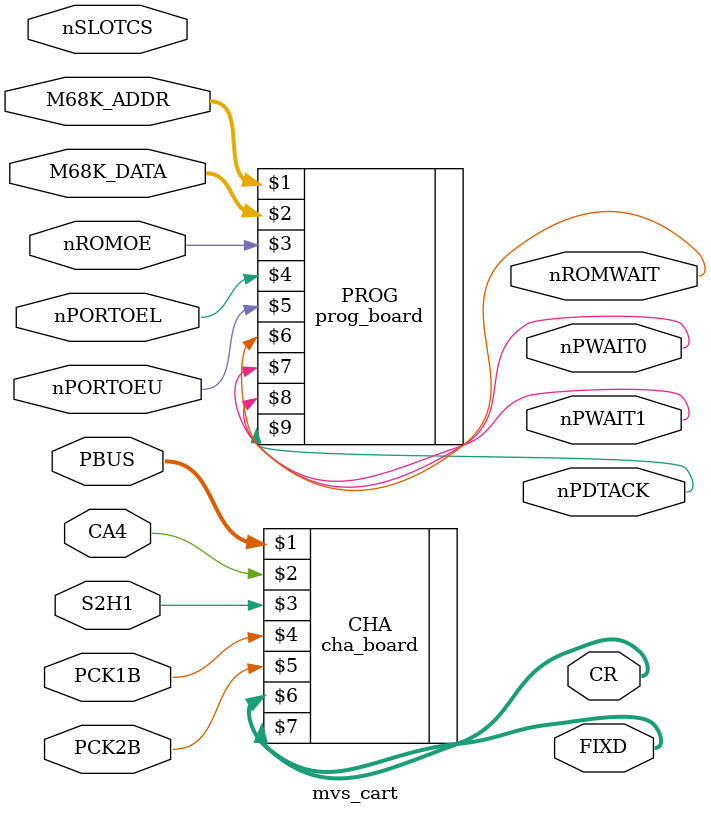
<source format=v>
`timescale 10ns/10ns

module mvs_cart(
	input [23:0] PBUS,
	input CA4,
	input S2H1,
	input PCK1B,
	input PCK2B,
	output [31:0] CR,
	output [7:0] FIXD,
	
	input [18:0] M68K_ADDR,
	inout [15:0] M68K_DATA,
	input nROMOE,
	input nPORTOEL,
	input nPORTOEU,
	input nSLOTCS,
	output nROMWAIT, nPWAIT0, nPWAIT1, nPDTACK
);

	cha_board CHA(PBUS, CA4, S2H1, PCK1B, PCK2B, CR, FIXD);
	prog_board PROG(M68K_ADDR, M68K_DATA, nROMOE, nPORTOEL, nPORTOEU, nROMWAIT, nPWAIT0, nPWAIT1, nPDTACK);

endmodule

</source>
